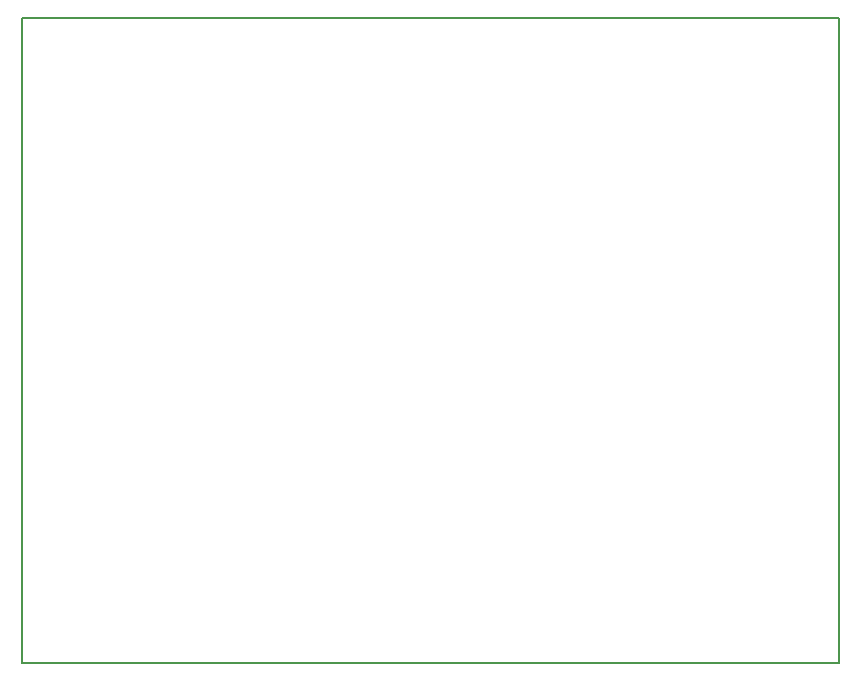
<source format=gbr>
G04 #@! TF.FileFunction,Other,User*
%FSLAX46Y46*%
G04 Gerber Fmt 4.6, Leading zero omitted, Abs format (unit mm)*
G04 Created by KiCad (PCBNEW 4.0.4-stable) date 04/23/18 15:43:21*
%MOMM*%
%LPD*%
G01*
G04 APERTURE LIST*
%ADD10C,0.100000*%
%ADD11C,0.200000*%
G04 APERTURE END LIST*
D10*
D11*
X114300000Y-132080000D02*
X114300000Y-130810000D01*
X183515000Y-132080000D02*
X114300000Y-132080000D01*
X183515000Y-77470000D02*
X183515000Y-132080000D01*
X182880000Y-77470000D02*
X183515000Y-77470000D01*
X173990000Y-77470000D02*
X182880000Y-77470000D01*
X164465000Y-77470000D02*
X173990000Y-77470000D01*
X155575000Y-77470000D02*
X164465000Y-77470000D01*
X144780000Y-77470000D02*
X155575000Y-77470000D01*
X132080000Y-77470000D02*
X144780000Y-77470000D01*
X114300000Y-77470000D02*
X132080000Y-77470000D01*
X114300000Y-78105000D02*
X114300000Y-77470000D01*
X114300000Y-78105000D02*
X114300000Y-131445000D01*
M02*

</source>
